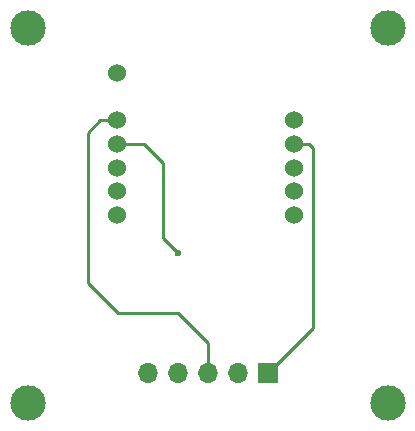
<source format=gbr>
G04 #@! TF.FileFunction,Copper,L2,Bot,Signal*
%FSLAX46Y46*%
G04 Gerber Fmt 4.6, Leading zero omitted, Abs format (unit mm)*
G04 Created by KiCad (PCBNEW 4.0.6-e0-6349~53~ubuntu16.04.1) date Wed Mar  1 16:08:09 2017*
%MOMM*%
%LPD*%
G01*
G04 APERTURE LIST*
%ADD10C,0.100000*%
%ADD11C,1.524000*%
%ADD12C,3.000000*%
%ADD13R,1.700000X1.700000*%
%ADD14O,1.700000X1.700000*%
%ADD15C,0.600000*%
%ADD16C,0.250000*%
G04 APERTURE END LIST*
D10*
D11*
X202880000Y-117050000D03*
X202880000Y-119050000D03*
X202880000Y-121050000D03*
X202880000Y-123050000D03*
X202880000Y-125050000D03*
X187880000Y-117050000D03*
X187880000Y-119050000D03*
X187880000Y-121050000D03*
X187880000Y-123050000D03*
X187880000Y-125050000D03*
X187880000Y-113050000D03*
D12*
X180340000Y-109220000D03*
X210820000Y-109220000D03*
X180340000Y-140970000D03*
X210820000Y-140970000D03*
D13*
X200660000Y-138430000D03*
D14*
X198120000Y-138430000D03*
X195580000Y-138430000D03*
X193040000Y-138430000D03*
X190500000Y-138430000D03*
D15*
X193040000Y-128270000D03*
D16*
X202880000Y-119050000D02*
X204140000Y-119050000D01*
X204470000Y-134620000D02*
X200660000Y-138430000D01*
X204470000Y-119380000D02*
X204470000Y-134620000D01*
X204140000Y-119050000D02*
X204470000Y-119380000D01*
X187880000Y-117050000D02*
X186480000Y-117050000D01*
X195580000Y-135890000D02*
X195580000Y-138430000D01*
X193040000Y-133350000D02*
X195580000Y-135890000D01*
X187960000Y-133350000D02*
X193040000Y-133350000D01*
X185420000Y-130810000D02*
X187960000Y-133350000D01*
X185420000Y-118110000D02*
X185420000Y-130810000D01*
X186480000Y-117050000D02*
X185420000Y-118110000D01*
X190170000Y-119050000D02*
X187880000Y-119050000D01*
X191770000Y-120650000D02*
X190170000Y-119050000D01*
X191770000Y-127000000D02*
X191770000Y-120650000D01*
X193040000Y-128270000D02*
X191770000Y-127000000D01*
M02*

</source>
